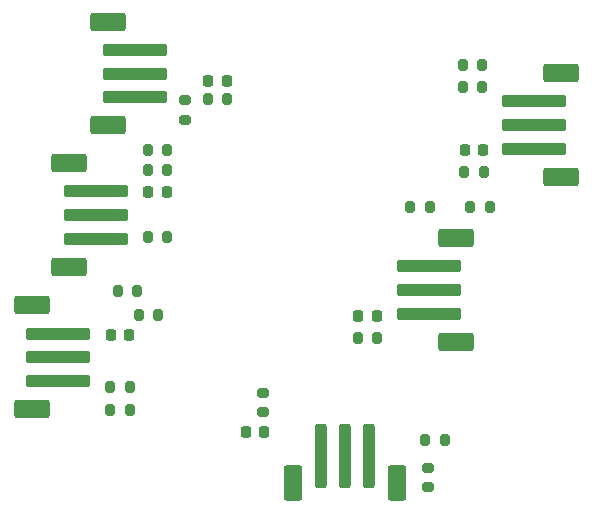
<source format=gbp>
%TF.GenerationSoftware,KiCad,Pcbnew,(6.0.0)*%
%TF.CreationDate,2022-03-13T20:52:07-04:00*%
%TF.ProjectId,esp8266 atmosphere sensor,65737038-3236-4362-9061-746d6f737068,rev?*%
%TF.SameCoordinates,Original*%
%TF.FileFunction,Paste,Bot*%
%TF.FilePolarity,Positive*%
%FSLAX46Y46*%
G04 Gerber Fmt 4.6, Leading zero omitted, Abs format (unit mm)*
G04 Created by KiCad (PCBNEW (6.0.0)) date 2022-03-13 20:52:07*
%MOMM*%
%LPD*%
G01*
G04 APERTURE LIST*
G04 Aperture macros list*
%AMRoundRect*
0 Rectangle with rounded corners*
0 $1 Rounding radius*
0 $2 $3 $4 $5 $6 $7 $8 $9 X,Y pos of 4 corners*
0 Add a 4 corners polygon primitive as box body*
4,1,4,$2,$3,$4,$5,$6,$7,$8,$9,$2,$3,0*
0 Add four circle primitives for the rounded corners*
1,1,$1+$1,$2,$3*
1,1,$1+$1,$4,$5*
1,1,$1+$1,$6,$7*
1,1,$1+$1,$8,$9*
0 Add four rect primitives between the rounded corners*
20,1,$1+$1,$2,$3,$4,$5,0*
20,1,$1+$1,$4,$5,$6,$7,0*
20,1,$1+$1,$6,$7,$8,$9,0*
20,1,$1+$1,$8,$9,$2,$3,0*%
G04 Aperture macros list end*
%ADD10RoundRect,0.200000X-0.200000X-0.275000X0.200000X-0.275000X0.200000X0.275000X-0.200000X0.275000X0*%
%ADD11RoundRect,0.200000X0.200000X0.275000X-0.200000X0.275000X-0.200000X-0.275000X0.200000X-0.275000X0*%
%ADD12RoundRect,0.225000X-0.225000X-0.250000X0.225000X-0.250000X0.225000X0.250000X-0.225000X0.250000X0*%
%ADD13RoundRect,0.200000X-0.275000X0.200000X-0.275000X-0.200000X0.275000X-0.200000X0.275000X0.200000X0*%
%ADD14RoundRect,0.225000X0.225000X0.250000X-0.225000X0.250000X-0.225000X-0.250000X0.225000X-0.250000X0*%
%ADD15RoundRect,0.250000X-2.500000X0.250000X-2.500000X-0.250000X2.500000X-0.250000X2.500000X0.250000X0*%
%ADD16RoundRect,0.250000X-1.250000X0.550000X-1.250000X-0.550000X1.250000X-0.550000X1.250000X0.550000X0*%
%ADD17RoundRect,0.250000X2.500000X-0.250000X2.500000X0.250000X-2.500000X0.250000X-2.500000X-0.250000X0*%
%ADD18RoundRect,0.250000X1.250000X-0.550000X1.250000X0.550000X-1.250000X0.550000X-1.250000X-0.550000X0*%
%ADD19RoundRect,0.200000X0.275000X-0.200000X0.275000X0.200000X-0.275000X0.200000X-0.275000X-0.200000X0*%
%ADD20RoundRect,0.250000X-0.250000X-2.500000X0.250000X-2.500000X0.250000X2.500000X-0.250000X2.500000X0*%
%ADD21RoundRect,0.250000X-0.550000X-1.250000X0.550000X-1.250000X0.550000X1.250000X-0.550000X1.250000X0*%
G04 APERTURE END LIST*
D10*
%TO.C,R12*%
X7430000Y-33655000D03*
X9080000Y-33655000D03*
%TD*%
D11*
%TO.C,R16*%
X35750000Y-36195000D03*
X34100000Y-36195000D03*
%TD*%
%TO.C,R19*%
X34480000Y-16510000D03*
X32830000Y-16510000D03*
%TD*%
D12*
%TO.C,C11*%
X10655000Y-15240000D03*
X12205000Y-15240000D03*
%TD*%
D11*
%TO.C,R14*%
X11493000Y-25654000D03*
X9843000Y-25654000D03*
%TD*%
D13*
%TO.C,R17*%
X20320000Y-32195000D03*
X20320000Y-33845000D03*
%TD*%
D10*
%TO.C,R21*%
X37275000Y-4445000D03*
X38925000Y-4445000D03*
%TD*%
D14*
%TO.C,C5*%
X17285000Y-5842000D03*
X15735000Y-5842000D03*
%TD*%
D15*
%TO.C,J9*%
X9525000Y-3175000D03*
X9525000Y-5175000D03*
X9525000Y-7175000D03*
D16*
X7275000Y-775000D03*
X7275000Y-9575000D03*
%TD*%
D11*
%TO.C,R22*%
X38925000Y-6350000D03*
X37275000Y-6350000D03*
%TD*%
D10*
%TO.C,R13*%
X7430000Y-31750000D03*
X9080000Y-31750000D03*
%TD*%
D14*
%TO.C,C8*%
X29985000Y-25685476D03*
X28435000Y-25685476D03*
%TD*%
D15*
%TO.C,J14*%
X6215000Y-15145000D03*
X6215000Y-17145000D03*
X6215000Y-19145000D03*
D16*
X3965000Y-21545000D03*
X3965000Y-12745000D03*
%TD*%
D10*
%TO.C,R4*%
X10605000Y-11684000D03*
X12255000Y-11684000D03*
%TD*%
D14*
%TO.C,C7*%
X20460000Y-35560000D03*
X18910000Y-35560000D03*
%TD*%
D15*
%TO.C,J10*%
X3040000Y-27210000D03*
X3040000Y-29210000D03*
X3040000Y-31210000D03*
D16*
X790000Y-24810000D03*
X790000Y-33610000D03*
%TD*%
D10*
%TO.C,R24*%
X8065000Y-23622000D03*
X9715000Y-23622000D03*
%TD*%
%TO.C,R23*%
X37410000Y-13525476D03*
X39060000Y-13525476D03*
%TD*%
%TO.C,R25*%
X10605000Y-19050000D03*
X12255000Y-19050000D03*
%TD*%
D17*
%TO.C,J12*%
X34425000Y-25495000D03*
X34425000Y-23495000D03*
X34425000Y-21495000D03*
D18*
X36675000Y-19095000D03*
X36675000Y-27895000D03*
%TD*%
D19*
%TO.C,R15*%
X34290000Y-40195000D03*
X34290000Y-38545000D03*
%TD*%
D14*
%TO.C,C10*%
X39010000Y-11620476D03*
X37460000Y-11620476D03*
%TD*%
D17*
%TO.C,J13*%
X43315000Y-11525000D03*
X43315000Y-9525000D03*
X43315000Y-7525000D03*
D18*
X45565000Y-13925000D03*
X45565000Y-5125000D03*
%TD*%
D11*
%TO.C,R18*%
X39560000Y-16510000D03*
X37910000Y-16510000D03*
%TD*%
D10*
%TO.C,R26*%
X10605000Y-13335000D03*
X12255000Y-13335000D03*
%TD*%
D20*
%TO.C,J11*%
X25305000Y-37600000D03*
X27305000Y-37600000D03*
X29305000Y-37600000D03*
D21*
X22905000Y-39850000D03*
X31705000Y-39850000D03*
%TD*%
D11*
%TO.C,R20*%
X30035000Y-27590476D03*
X28385000Y-27590476D03*
%TD*%
D13*
%TO.C,R6*%
X13716000Y-7430000D03*
X13716000Y-9080000D03*
%TD*%
D11*
%TO.C,R7*%
X17335000Y-7366000D03*
X15685000Y-7366000D03*
%TD*%
D12*
%TO.C,C6*%
X7480000Y-27305000D03*
X9030000Y-27305000D03*
%TD*%
M02*

</source>
